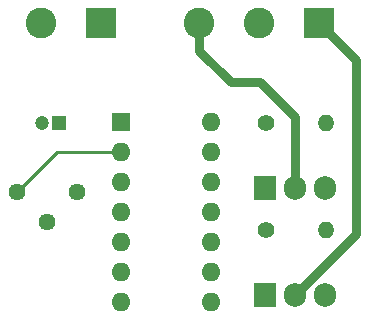
<source format=gbr>
%TF.GenerationSoftware,KiCad,Pcbnew,8.0.5*%
%TF.CreationDate,2024-12-29T01:36:02+03:00*%
%TF.ProjectId,DC to AC CD4047,44432074-6f20-4414-9320-434434303437,v01*%
%TF.SameCoordinates,Original*%
%TF.FileFunction,Copper,L2,Bot*%
%TF.FilePolarity,Positive*%
%FSLAX46Y46*%
G04 Gerber Fmt 4.6, Leading zero omitted, Abs format (unit mm)*
G04 Created by KiCad (PCBNEW 8.0.5) date 2024-12-29 01:36:02*
%MOMM*%
%LPD*%
G01*
G04 APERTURE LIST*
%TA.AperFunction,ComponentPad*%
%ADD10O,1.600000X1.600000*%
%TD*%
%TA.AperFunction,ComponentPad*%
%ADD11R,1.600000X1.600000*%
%TD*%
%TA.AperFunction,ComponentPad*%
%ADD12C,1.440000*%
%TD*%
%TA.AperFunction,ComponentPad*%
%ADD13O,1.400000X1.400000*%
%TD*%
%TA.AperFunction,ComponentPad*%
%ADD14C,1.400000*%
%TD*%
%TA.AperFunction,ComponentPad*%
%ADD15O,1.905000X2.000000*%
%TD*%
%TA.AperFunction,ComponentPad*%
%ADD16R,1.905000X2.000000*%
%TD*%
%TA.AperFunction,ComponentPad*%
%ADD17R,2.600000X2.600000*%
%TD*%
%TA.AperFunction,ComponentPad*%
%ADD18C,2.600000*%
%TD*%
%TA.AperFunction,ComponentPad*%
%ADD19R,1.200000X1.200000*%
%TD*%
%TA.AperFunction,ComponentPad*%
%ADD20C,1.200000*%
%TD*%
%TA.AperFunction,Conductor*%
%ADD21C,0.762000*%
%TD*%
%TA.AperFunction,Conductor*%
%ADD22C,0.254000*%
%TD*%
G04 APERTURE END LIST*
D10*
%TO.P,U1,14,VDD*%
%TO.N,VCC*%
X141320000Y-79875000D03*
%TO.P,U1,13,OSC_OUT*%
%TO.N,unconnected-(U1-OSC_OUT-Pad13)*%
X141320000Y-82415000D03*
%TO.P,U1,12,RETRIGGER*%
%TO.N,GND*%
X141320000Y-84955000D03*
%TO.P,U1,11,~{Q}*%
%TO.N,Net-(U1-~{Q})*%
X141320000Y-87495000D03*
%TO.P,U1,10,Q*%
%TO.N,Net-(U1-Q)*%
X141320000Y-90035000D03*
%TO.P,U1,9,EXT_RESET*%
%TO.N,GND*%
X141320000Y-92575000D03*
%TO.P,U1,8,+TRIGGER*%
X141320000Y-95115000D03*
%TO.P,U1,7,VSS*%
X133700000Y-95115000D03*
%TO.P,U1,6,-TRIGGER*%
%TO.N,VCC*%
X133700000Y-92575000D03*
%TO.P,U1,5,ASTABLE*%
X133700000Y-90035000D03*
%TO.P,U1,4,~{ASTABLE}*%
X133700000Y-87495000D03*
%TO.P,U1,3,RC_COMMON*%
%TO.N,Net-(U1-RC_COMMON)*%
X133700000Y-84955000D03*
%TO.P,U1,2,R*%
%TO.N,Net-(U1-R)*%
X133700000Y-82415000D03*
D11*
%TO.P,U1,1,C*%
%TO.N,Net-(U1-C)*%
X133700000Y-79875000D03*
%TD*%
D12*
%TO.P,RV1,1,1*%
%TO.N,Net-(U1-RC_COMMON)*%
X130025000Y-85775000D03*
%TO.P,RV1,2,2*%
%TO.N,Net-(U1-R)*%
X127485000Y-88315000D03*
%TO.P,RV1,3,3*%
X124945000Y-85775000D03*
%TD*%
D13*
%TO.P,R2,2*%
%TO.N,Net-(Q2-G)*%
X151040000Y-80000000D03*
D14*
%TO.P,R2,1*%
%TO.N,Net-(U1-~{Q})*%
X145960000Y-80000000D03*
%TD*%
%TO.P,R1,1*%
%TO.N,Net-(U1-Q)*%
X145960000Y-89000000D03*
D13*
%TO.P,R1,2*%
%TO.N,Net-(Q1-G)*%
X151040000Y-89000000D03*
%TD*%
D15*
%TO.P,Q2,3,S*%
%TO.N,GND*%
X151000000Y-85500000D03*
%TO.P,Q2,2,D*%
%TO.N,Net-(J1-Pin_3)*%
X148460000Y-85500000D03*
D16*
%TO.P,Q2,1,G*%
%TO.N,Net-(Q2-G)*%
X145920000Y-85500000D03*
%TD*%
%TO.P,Q1,1,G*%
%TO.N,Net-(Q1-G)*%
X145920000Y-94500000D03*
D15*
%TO.P,Q1,2,D*%
%TO.N,Net-(J1-Pin_1)*%
X148460000Y-94500000D03*
%TO.P,Q1,3,S*%
%TO.N,GND*%
X151000000Y-94500000D03*
%TD*%
D17*
%TO.P,DC IN,1,Pin_1*%
%TO.N,GND*%
X132000000Y-71500000D03*
D18*
%TO.P,DC IN,2,Pin_2*%
%TO.N,VCC*%
X126920000Y-71500000D03*
%TD*%
D17*
%TO.P,TRANSFO IN,1,Pin_1*%
%TO.N,Net-(J1-Pin_1)*%
X150500000Y-71500000D03*
D18*
%TO.P,TRANSFO IN,2,Pin_2*%
%TO.N,VCC*%
X145420000Y-71500000D03*
%TO.P,TRANSFO IN,3,Pin_3*%
%TO.N,Net-(J1-Pin_3)*%
X140340000Y-71500000D03*
%TD*%
D19*
%TO.P,C1,1*%
%TO.N,Net-(U1-RC_COMMON)*%
X128500000Y-80000000D03*
D20*
%TO.P,C1,2*%
%TO.N,Net-(U1-C)*%
X127000000Y-80000000D03*
%TD*%
D21*
%TO.N,Net-(J1-Pin_1)*%
X153619000Y-74619000D02*
X150500000Y-71500000D01*
X153619000Y-89341000D02*
X153619000Y-74619000D01*
X148460000Y-94500000D02*
X153619000Y-89341000D01*
%TO.N,Net-(J1-Pin_3)*%
X140340000Y-73840000D02*
X140340000Y-71500000D01*
X143000000Y-76500000D02*
X140340000Y-73840000D01*
X145500000Y-76500000D02*
X143000000Y-76500000D01*
X148460000Y-79460000D02*
X145500000Y-76500000D01*
X148460000Y-85500000D02*
X148460000Y-79460000D01*
D22*
%TO.N,Net-(U1-R)*%
X128305000Y-82415000D02*
X124945000Y-85775000D01*
X133700000Y-82415000D02*
X128305000Y-82415000D01*
%TD*%
M02*

</source>
